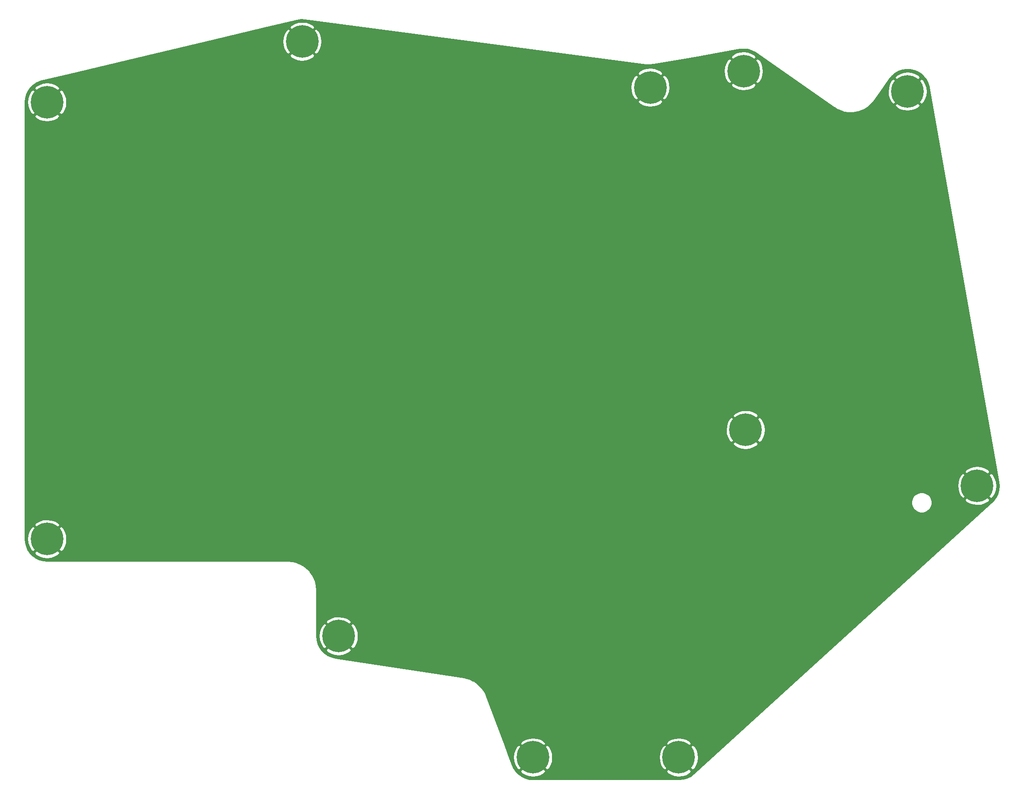
<source format=gbr>
G04 #@! TF.GenerationSoftware,KiCad,Pcbnew,(5.1.9)-1*
G04 #@! TF.CreationDate,2021-04-11T13:58:14+10:00*
G04 #@! TF.ProjectId,ExtraBoard-Base,45787472-6142-46f6-9172-642d42617365,rev?*
G04 #@! TF.SameCoordinates,Original*
G04 #@! TF.FileFunction,Copper,L2,Bot*
G04 #@! TF.FilePolarity,Positive*
%FSLAX46Y46*%
G04 Gerber Fmt 4.6, Leading zero omitted, Abs format (unit mm)*
G04 Created by KiCad (PCBNEW (5.1.9)-1) date 2021-04-11 13:58:14*
%MOMM*%
%LPD*%
G01*
G04 APERTURE LIST*
G04 #@! TA.AperFunction,ComponentPad*
%ADD10C,6.400000*%
G04 #@! TD*
G04 #@! TA.AperFunction,ComponentPad*
%ADD11C,0.800000*%
G04 #@! TD*
G04 #@! TA.AperFunction,Conductor*
%ADD12C,0.254000*%
G04 #@! TD*
G04 #@! TA.AperFunction,Conductor*
%ADD13C,0.152400*%
G04 #@! TD*
G04 APERTURE END LIST*
D10*
X-7144000Y14288000D03*
D11*
X-4744000Y14288000D03*
X-5446944Y12590944D03*
X-7144000Y11888000D03*
X-8841056Y12590944D03*
X-9544000Y14288000D03*
X-8841056Y15985056D03*
X-7144000Y16688000D03*
X-5446944Y15985056D03*
D10*
X-7144000Y-71438000D03*
D11*
X-4744000Y-71438000D03*
X-5446944Y-73135056D03*
X-7144000Y-73838000D03*
X-8841056Y-73135056D03*
X-9544000Y-71438000D03*
X-8841056Y-69740944D03*
X-7144000Y-69038000D03*
X-5446944Y-69740944D03*
D10*
X175178000Y-60995000D03*
D11*
X177578000Y-60995000D03*
X176875056Y-62692056D03*
X175178000Y-63395000D03*
X173480944Y-62692056D03*
X172778000Y-60995000D03*
X173480944Y-59297944D03*
X175178000Y-58595000D03*
X176875056Y-59297944D03*
D10*
X50006000Y-90487000D03*
D11*
X52406000Y-90487000D03*
X51703056Y-92184056D03*
X50006000Y-92887000D03*
X48308944Y-92184056D03*
X47606000Y-90487000D03*
X48308944Y-88789944D03*
X50006000Y-88087000D03*
X51703056Y-88789944D03*
D10*
X42863000Y26194000D03*
D11*
X45263000Y26194000D03*
X44560056Y24496944D03*
X42863000Y23794000D03*
X41165944Y24496944D03*
X40463000Y26194000D03*
X41165944Y27891056D03*
X42863000Y28594000D03*
X44560056Y27891056D03*
D10*
X88106000Y-114300000D03*
D11*
X90506000Y-114300000D03*
X89803056Y-115997056D03*
X88106000Y-116700000D03*
X86408944Y-115997056D03*
X85706000Y-114300000D03*
X86408944Y-112602944D03*
X88106000Y-111900000D03*
X89803056Y-112602944D03*
D10*
X129777999Y-50006000D03*
D11*
X132177999Y-50006000D03*
X131475055Y-51703056D03*
X129777999Y-52406000D03*
X128080943Y-51703056D03*
X127377999Y-50006000D03*
X128080943Y-48308944D03*
X129777999Y-47606000D03*
X131475055Y-48308944D03*
D10*
X111101000Y17172000D03*
D11*
X113501000Y17172000D03*
X112798056Y15474944D03*
X111101000Y14772000D03*
X109403944Y15474944D03*
X108701000Y17172000D03*
X109403944Y18869056D03*
X111101000Y19572000D03*
X112798056Y18869056D03*
D10*
X161532000Y16393000D03*
D11*
X163932000Y16393000D03*
X163229056Y14695944D03*
X161532000Y13993000D03*
X159834944Y14695944D03*
X159132000Y16393000D03*
X159834944Y18090056D03*
X161532000Y18793000D03*
X163229056Y18090056D03*
D10*
X129393000Y20397000D03*
D11*
X131793000Y20397000D03*
X131090056Y18699944D03*
X129393000Y17997000D03*
X127695944Y18699944D03*
X126993000Y20397000D03*
X127695944Y22094056D03*
X129393000Y22797000D03*
X131090056Y22094056D03*
D10*
X116681000Y-114300000D03*
D11*
X119081000Y-114300000D03*
X118378056Y-115997056D03*
X116681000Y-116700000D03*
X114983944Y-115997056D03*
X114281000Y-114300000D03*
X114983944Y-112602944D03*
X116681000Y-111900000D03*
X118378056Y-112602944D03*
D12*
X43417635Y30472848D02*
X43429831Y30471292D01*
X110171239Y21647578D01*
X110193122Y21646850D01*
X110819366Y21604534D01*
X110832345Y21604814D01*
X110845225Y21603278D01*
X110924057Y21605479D01*
X111806664Y21681146D01*
X111837053Y21683471D01*
X119858570Y23097881D01*
X126871724Y23097881D01*
X129393000Y20576605D01*
X131914276Y23097881D01*
X131554088Y23587548D01*
X130890118Y23947849D01*
X130168615Y24171694D01*
X129417305Y24250480D01*
X128665062Y24181178D01*
X127940792Y23966452D01*
X127272330Y23614555D01*
X127231912Y23587548D01*
X126871724Y23097881D01*
X119858570Y23097881D01*
X128613192Y24641557D01*
X129407592Y24709662D01*
X130170985Y24638844D01*
X130909779Y24433959D01*
X131616864Y24093661D01*
X131877820Y23924842D01*
X147151435Y13230141D01*
X147173311Y13217827D01*
X147795111Y12847161D01*
X147809685Y12840147D01*
X147823217Y12831292D01*
X147894806Y12798212D01*
X148721894Y12472413D01*
X148742573Y12466327D01*
X148762409Y12457907D01*
X148838725Y12438028D01*
X149710434Y12263843D01*
X149731864Y12261515D01*
X149752877Y12256741D01*
X149831507Y12250690D01*
X150720287Y12233624D01*
X150741789Y12235128D01*
X150763318Y12234150D01*
X150841748Y12242117D01*
X150841776Y12242119D01*
X150841785Y12242121D01*
X151719530Y12382714D01*
X151740422Y12388000D01*
X151761786Y12390851D01*
X151837594Y12412588D01*
X152676580Y12706396D01*
X152696209Y12715300D01*
X152716728Y12721888D01*
X152787488Y12756706D01*
X153561184Y13194442D01*
X153578927Y13206682D01*
X153597954Y13216799D01*
X153661430Y13263597D01*
X154177586Y13692119D01*
X159010724Y13692119D01*
X159370912Y13202452D01*
X160034882Y12842151D01*
X160756385Y12618306D01*
X161507695Y12539520D01*
X162259938Y12608822D01*
X162984208Y12823548D01*
X163652670Y13175445D01*
X163693088Y13202452D01*
X164053276Y13692119D01*
X161532000Y16213395D01*
X159010724Y13692119D01*
X154177586Y13692119D01*
X154345383Y13831426D01*
X154360680Y13846616D01*
X154377612Y13859941D01*
X154431798Y13917240D01*
X155002497Y14594967D01*
X155022236Y14617976D01*
X156282139Y16417305D01*
X157678520Y16417305D01*
X157747822Y15665062D01*
X157962548Y14940792D01*
X158314445Y14272330D01*
X158341452Y14231912D01*
X158831119Y13871724D01*
X161352395Y16393000D01*
X161711605Y16393000D01*
X164232881Y13871724D01*
X164722548Y14231912D01*
X165082849Y14895882D01*
X165306694Y15617385D01*
X165385480Y16368695D01*
X165316178Y17120938D01*
X165101452Y17845208D01*
X164749555Y18513670D01*
X164722548Y18554088D01*
X164232881Y18914276D01*
X161711605Y16393000D01*
X161352395Y16393000D01*
X158831119Y18914276D01*
X158341452Y18554088D01*
X157981151Y17890118D01*
X157757306Y17168615D01*
X157678520Y16417305D01*
X156282139Y16417305D01*
X157980344Y18842592D01*
X158191948Y19093881D01*
X159010724Y19093881D01*
X161532000Y16572605D01*
X164053276Y19093881D01*
X163693088Y19583548D01*
X163029118Y19943849D01*
X162307615Y20167694D01*
X161556305Y20246480D01*
X160804062Y20177178D01*
X160079792Y19962452D01*
X159411330Y19610555D01*
X159370912Y19583548D01*
X159010724Y19093881D01*
X158191948Y19093881D01*
X158493918Y19452481D01*
X159083791Y19942203D01*
X159751073Y20319733D01*
X160474663Y20573130D01*
X161231681Y20694385D01*
X161998219Y20679668D01*
X162750028Y20529441D01*
X163463354Y20248454D01*
X164115653Y19845586D01*
X164686294Y19333578D01*
X165157249Y18728610D01*
X165513632Y18049802D01*
X165751221Y17296266D01*
X165783188Y17134818D01*
X179422132Y-60215475D01*
X179490236Y-61009863D01*
X179419418Y-61773255D01*
X179214533Y-62512048D01*
X178882058Y-63202879D01*
X178426255Y-63832547D01*
X178069626Y-64197625D01*
X119610144Y-117468869D01*
X118975425Y-117951368D01*
X118292563Y-118299926D01*
X117558771Y-118522049D01*
X116771412Y-118613725D01*
X116676646Y-118615000D01*
X88136755Y-118615000D01*
X87342613Y-118544125D01*
X86603110Y-118341820D01*
X85911122Y-118011758D01*
X85288517Y-117564371D01*
X84754984Y-117013808D01*
X84746298Y-117000881D01*
X85584724Y-117000881D01*
X85944912Y-117490548D01*
X86608882Y-117850849D01*
X87330385Y-118074694D01*
X88081695Y-118153480D01*
X88833938Y-118084178D01*
X89558208Y-117869452D01*
X90226670Y-117517555D01*
X90267088Y-117490548D01*
X90627276Y-117000881D01*
X114159724Y-117000881D01*
X114519912Y-117490548D01*
X115183882Y-117850849D01*
X115905385Y-118074694D01*
X116656695Y-118153480D01*
X117408938Y-118084178D01*
X118133208Y-117869452D01*
X118801670Y-117517555D01*
X118842088Y-117490548D01*
X119202276Y-117000881D01*
X116681000Y-114479605D01*
X114159724Y-117000881D01*
X90627276Y-117000881D01*
X88106000Y-114479605D01*
X85584724Y-117000881D01*
X84746298Y-117000881D01*
X84324087Y-116372564D01*
X84057328Y-115792002D01*
X83488713Y-114275695D01*
X84252520Y-114275695D01*
X84321822Y-115027938D01*
X84536548Y-115752208D01*
X84888445Y-116420670D01*
X84915452Y-116461088D01*
X85405119Y-116821276D01*
X87926395Y-114300000D01*
X88285605Y-114300000D01*
X90806881Y-116821276D01*
X91296548Y-116461088D01*
X91656849Y-115797118D01*
X91880694Y-115075615D01*
X91959480Y-114324305D01*
X91955002Y-114275695D01*
X112827520Y-114275695D01*
X112896822Y-115027938D01*
X113111548Y-115752208D01*
X113463445Y-116420670D01*
X113490452Y-116461088D01*
X113980119Y-116821276D01*
X116501395Y-114300000D01*
X116860605Y-114300000D01*
X119381881Y-116821276D01*
X119871548Y-116461088D01*
X120231849Y-115797118D01*
X120455694Y-115075615D01*
X120534480Y-114324305D01*
X120465178Y-113572062D01*
X120250452Y-112847792D01*
X119898555Y-112179330D01*
X119871548Y-112138912D01*
X119381881Y-111778724D01*
X116860605Y-114300000D01*
X116501395Y-114300000D01*
X113980119Y-111778724D01*
X113490452Y-112138912D01*
X113130151Y-112802882D01*
X112906306Y-113524385D01*
X112827520Y-114275695D01*
X91955002Y-114275695D01*
X91890178Y-113572062D01*
X91675452Y-112847792D01*
X91323555Y-112179330D01*
X91296548Y-112138912D01*
X90806881Y-111778724D01*
X88285605Y-114300000D01*
X87926395Y-114300000D01*
X85405119Y-111778724D01*
X84915452Y-112138912D01*
X84555151Y-112802882D01*
X84331306Y-113524385D01*
X84252520Y-114275695D01*
X83488713Y-114275695D01*
X82484997Y-111599119D01*
X85584724Y-111599119D01*
X88106000Y-114120395D01*
X90627276Y-111599119D01*
X114159724Y-111599119D01*
X116681000Y-114120395D01*
X119202276Y-111599119D01*
X118842088Y-111109452D01*
X118178118Y-110749151D01*
X117456615Y-110525306D01*
X116705305Y-110446520D01*
X115953062Y-110515822D01*
X115228792Y-110730548D01*
X114560330Y-111082445D01*
X114519912Y-111109452D01*
X114159724Y-111599119D01*
X90627276Y-111599119D01*
X90267088Y-111109452D01*
X89603118Y-110749151D01*
X88881615Y-110525306D01*
X88130305Y-110446520D01*
X87378062Y-110515822D01*
X86653792Y-110730548D01*
X85985330Y-111082445D01*
X85944912Y-111109452D01*
X85584724Y-111599119D01*
X82484997Y-111599119D01*
X78966246Y-102215783D01*
X78953466Y-102189789D01*
X78592796Y-101430390D01*
X78582616Y-101413111D01*
X78574573Y-101394749D01*
X78532720Y-101327908D01*
X78018356Y-100602891D01*
X78004372Y-100586491D01*
X77992366Y-100568593D01*
X77939338Y-100510221D01*
X77304713Y-99887748D01*
X77288045Y-99874083D01*
X77273060Y-99858595D01*
X77210533Y-99810536D01*
X76475708Y-99310284D01*
X76456888Y-99299789D01*
X76439394Y-99287197D01*
X76369344Y-99250970D01*
X75557546Y-98888750D01*
X75537156Y-98881751D01*
X75517716Y-98872459D01*
X75442368Y-98849212D01*
X75442359Y-98849209D01*
X75442356Y-98849209D01*
X74582308Y-98637226D01*
X74552729Y-98629647D01*
X49380294Y-94756966D01*
X48606143Y-94566155D01*
X47906001Y-94253755D01*
X47272248Y-93822311D01*
X46724915Y-93285458D01*
X46655689Y-93187881D01*
X47484724Y-93187881D01*
X47844912Y-93677548D01*
X48508882Y-94037849D01*
X49230385Y-94261694D01*
X49981695Y-94340480D01*
X50733938Y-94271178D01*
X51458208Y-94056452D01*
X52126670Y-93704555D01*
X52167088Y-93677548D01*
X52527276Y-93187881D01*
X50006000Y-90666605D01*
X47484724Y-93187881D01*
X46655689Y-93187881D01*
X46281299Y-92660163D01*
X45955423Y-91966192D01*
X45757321Y-91224474D01*
X45691653Y-90462695D01*
X46152520Y-90462695D01*
X46221822Y-91214938D01*
X46436548Y-91939208D01*
X46788445Y-92607670D01*
X46815452Y-92648088D01*
X47305119Y-93008276D01*
X49826395Y-90487000D01*
X50185605Y-90487000D01*
X52706881Y-93008276D01*
X53196548Y-92648088D01*
X53556849Y-91984118D01*
X53780694Y-91262615D01*
X53859480Y-90511305D01*
X53790178Y-89759062D01*
X53575452Y-89034792D01*
X53223555Y-88366330D01*
X53196548Y-88325912D01*
X52706881Y-87965724D01*
X50185605Y-90487000D01*
X49826395Y-90487000D01*
X47305119Y-87965724D01*
X46815452Y-88325912D01*
X46455151Y-88989882D01*
X46231306Y-89711385D01*
X46152520Y-90462695D01*
X45691653Y-90462695D01*
X45691250Y-90458027D01*
X45691250Y-87786119D01*
X47484724Y-87786119D01*
X50006000Y-90307395D01*
X52527276Y-87786119D01*
X52167088Y-87296452D01*
X51503118Y-86936151D01*
X50781615Y-86712306D01*
X50030305Y-86633520D01*
X49278062Y-86702822D01*
X48553792Y-86917548D01*
X47885330Y-87269445D01*
X47844912Y-87296452D01*
X47484724Y-87786119D01*
X45691250Y-87786119D01*
X45691248Y-81403853D01*
X45688788Y-81378880D01*
X45635771Y-80656917D01*
X45633157Y-80640954D01*
X45632649Y-80624791D01*
X45618684Y-80547175D01*
X45411164Y-79682794D01*
X45404290Y-79662368D01*
X45399809Y-79641287D01*
X45372320Y-79567370D01*
X45015012Y-78753398D01*
X45004626Y-78734506D01*
X44996485Y-78714557D01*
X44956341Y-78646676D01*
X44460537Y-77908843D01*
X44446972Y-77892092D01*
X44435426Y-77873898D01*
X44383896Y-77814199D01*
X43765269Y-77175825D01*
X43748953Y-77161742D01*
X43734366Y-77145878D01*
X43673078Y-77096248D01*
X42951183Y-76577514D01*
X42932630Y-76566542D01*
X42915465Y-76553513D01*
X42846357Y-76515520D01*
X42044010Y-76132820D01*
X42023809Y-76125307D01*
X42004606Y-76115523D01*
X41929863Y-76090369D01*
X41072427Y-75855801D01*
X41051210Y-75851984D01*
X41030583Y-75845756D01*
X40952572Y-75834236D01*
X40952567Y-75834235D01*
X40952566Y-75834235D01*
X40070328Y-75755497D01*
X40039897Y-75752500D01*
X-7113244Y-75752500D01*
X-7907386Y-75681625D01*
X-8646889Y-75479320D01*
X-9338877Y-75149258D01*
X-9961482Y-74701871D01*
X-10495015Y-74151308D01*
X-10503365Y-74138881D01*
X-9665276Y-74138881D01*
X-9305088Y-74628548D01*
X-8641118Y-74988849D01*
X-7919615Y-75212694D01*
X-7168305Y-75291480D01*
X-6416062Y-75222178D01*
X-5691792Y-75007452D01*
X-5023330Y-74655555D01*
X-4982912Y-74628548D01*
X-4622724Y-74138881D01*
X-7144000Y-71617605D01*
X-9665276Y-74138881D01*
X-10503365Y-74138881D01*
X-10922625Y-73514956D01*
X-11230791Y-72812937D01*
X-11411031Y-72062181D01*
X-11458653Y-71413695D01*
X-10997480Y-71413695D01*
X-10928178Y-72165938D01*
X-10713452Y-72890208D01*
X-10361555Y-73558670D01*
X-10334548Y-73599088D01*
X-9844881Y-73959276D01*
X-7323605Y-71438000D01*
X-6964395Y-71438000D01*
X-4443119Y-73959276D01*
X-3953452Y-73599088D01*
X-3593151Y-72935118D01*
X-3369306Y-72213615D01*
X-3290520Y-71462305D01*
X-3359822Y-70710062D01*
X-3574548Y-69985792D01*
X-3926445Y-69317330D01*
X-3953452Y-69276912D01*
X-4443119Y-68916724D01*
X-6964395Y-71438000D01*
X-7323605Y-71438000D01*
X-9844881Y-68916724D01*
X-10334548Y-69276912D01*
X-10694849Y-69940882D01*
X-10918694Y-70662385D01*
X-10997480Y-71413695D01*
X-11458653Y-71413695D01*
X-11458750Y-71412375D01*
X-11458750Y-68737119D01*
X-9665276Y-68737119D01*
X-7144000Y-71258395D01*
X-4622724Y-68737119D01*
X-4982912Y-68247452D01*
X-5646882Y-67887151D01*
X-6368385Y-67663306D01*
X-7119695Y-67584520D01*
X-7871938Y-67653822D01*
X-8596208Y-67868548D01*
X-9264670Y-68220445D01*
X-9305088Y-68247452D01*
X-9665276Y-68737119D01*
X-11458750Y-68737119D01*
X-11458750Y-64093570D01*
X162271000Y-64093570D01*
X162271000Y-64494430D01*
X162349204Y-64887587D01*
X162502607Y-65257934D01*
X162725313Y-65591237D01*
X163008763Y-65874687D01*
X163342066Y-66097393D01*
X163712413Y-66250796D01*
X164105570Y-66329000D01*
X164506430Y-66329000D01*
X164899587Y-66250796D01*
X165269934Y-66097393D01*
X165603237Y-65874687D01*
X165886687Y-65591237D01*
X166109393Y-65257934D01*
X166262796Y-64887587D01*
X166341000Y-64494430D01*
X166341000Y-64093570D01*
X166262796Y-63700413D01*
X166260919Y-63695881D01*
X172656724Y-63695881D01*
X173016912Y-64185548D01*
X173680882Y-64545849D01*
X174402385Y-64769694D01*
X175153695Y-64848480D01*
X175905938Y-64779178D01*
X176630208Y-64564452D01*
X177298670Y-64212555D01*
X177339088Y-64185548D01*
X177699276Y-63695881D01*
X175178000Y-61174605D01*
X172656724Y-63695881D01*
X166260919Y-63695881D01*
X166109393Y-63330066D01*
X165886687Y-62996763D01*
X165603237Y-62713313D01*
X165269934Y-62490607D01*
X164899587Y-62337204D01*
X164506430Y-62259000D01*
X164105570Y-62259000D01*
X163712413Y-62337204D01*
X163342066Y-62490607D01*
X163008763Y-62713313D01*
X162725313Y-62996763D01*
X162502607Y-63330066D01*
X162349204Y-63700413D01*
X162271000Y-64093570D01*
X-11458750Y-64093570D01*
X-11458750Y-60970695D01*
X171324520Y-60970695D01*
X171393822Y-61722938D01*
X171608548Y-62447208D01*
X171960445Y-63115670D01*
X171987452Y-63156088D01*
X172477119Y-63516276D01*
X174998395Y-60995000D01*
X175357605Y-60995000D01*
X177878881Y-63516276D01*
X178368548Y-63156088D01*
X178728849Y-62492118D01*
X178952694Y-61770615D01*
X179031480Y-61019305D01*
X178962178Y-60267062D01*
X178747452Y-59542792D01*
X178395555Y-58874330D01*
X178368548Y-58833912D01*
X177878881Y-58473724D01*
X175357605Y-60995000D01*
X174998395Y-60995000D01*
X172477119Y-58473724D01*
X171987452Y-58833912D01*
X171627151Y-59497882D01*
X171403306Y-60219385D01*
X171324520Y-60970695D01*
X-11458750Y-60970695D01*
X-11458750Y-58294119D01*
X172656724Y-58294119D01*
X175178000Y-60815395D01*
X177699276Y-58294119D01*
X177339088Y-57804452D01*
X176675118Y-57444151D01*
X175953615Y-57220306D01*
X175202305Y-57141520D01*
X174450062Y-57210822D01*
X173725792Y-57425548D01*
X173057330Y-57777445D01*
X173016912Y-57804452D01*
X172656724Y-58294119D01*
X-11458750Y-58294119D01*
X-11458750Y-52706881D01*
X127256723Y-52706881D01*
X127616911Y-53196548D01*
X128280881Y-53556849D01*
X129002384Y-53780694D01*
X129753694Y-53859480D01*
X130505937Y-53790178D01*
X131230207Y-53575452D01*
X131898669Y-53223555D01*
X131939087Y-53196548D01*
X132299275Y-52706881D01*
X129777999Y-50185605D01*
X127256723Y-52706881D01*
X-11458750Y-52706881D01*
X-11458750Y-49981695D01*
X125924519Y-49981695D01*
X125993821Y-50733938D01*
X126208547Y-51458208D01*
X126560444Y-52126670D01*
X126587451Y-52167088D01*
X127077118Y-52527276D01*
X129598394Y-50006000D01*
X129957604Y-50006000D01*
X132478880Y-52527276D01*
X132968547Y-52167088D01*
X133328848Y-51503118D01*
X133552693Y-50781615D01*
X133631479Y-50030305D01*
X133562177Y-49278062D01*
X133347451Y-48553792D01*
X132995554Y-47885330D01*
X132968547Y-47844912D01*
X132478880Y-47484724D01*
X129957604Y-50006000D01*
X129598394Y-50006000D01*
X127077118Y-47484724D01*
X126587451Y-47844912D01*
X126227150Y-48508882D01*
X126003305Y-49230385D01*
X125924519Y-49981695D01*
X-11458750Y-49981695D01*
X-11458750Y-47305119D01*
X127256723Y-47305119D01*
X129777999Y-49826395D01*
X132299275Y-47305119D01*
X131939087Y-46815452D01*
X131275117Y-46455151D01*
X130553614Y-46231306D01*
X129802304Y-46152520D01*
X129050061Y-46221822D01*
X128325791Y-46436548D01*
X127657329Y-46788445D01*
X127616911Y-46815452D01*
X127256723Y-47305119D01*
X-11458750Y-47305119D01*
X-11458750Y11587119D01*
X-9665276Y11587119D01*
X-9305088Y11097452D01*
X-8641118Y10737151D01*
X-7919615Y10513306D01*
X-7168305Y10434520D01*
X-6416062Y10503822D01*
X-5691792Y10718548D01*
X-5023330Y11070445D01*
X-4982912Y11097452D01*
X-4622724Y11587119D01*
X-7144000Y14108395D01*
X-9665276Y11587119D01*
X-11458750Y11587119D01*
X-11458750Y14256995D01*
X-11453814Y14312305D01*
X-10997480Y14312305D01*
X-10928178Y13560062D01*
X-10713452Y12835792D01*
X-10361555Y12167330D01*
X-10334548Y12126912D01*
X-9844881Y11766724D01*
X-7323605Y14288000D01*
X-6964395Y14288000D01*
X-4443119Y11766724D01*
X-3953452Y12126912D01*
X-3593151Y12790882D01*
X-3369306Y13512385D01*
X-3290520Y14263695D01*
X-3309629Y14471119D01*
X108579724Y14471119D01*
X108939912Y13981452D01*
X109603882Y13621151D01*
X110325385Y13397306D01*
X111076695Y13318520D01*
X111828938Y13387822D01*
X112553208Y13602548D01*
X113221670Y13954445D01*
X113262088Y13981452D01*
X113622276Y14471119D01*
X111101000Y16992395D01*
X108579724Y14471119D01*
X-3309629Y14471119D01*
X-3359822Y15015938D01*
X-3574548Y15740208D01*
X-3926445Y16408670D01*
X-3953452Y16449088D01*
X-4443119Y16809276D01*
X-6964395Y14288000D01*
X-7323605Y14288000D01*
X-9844881Y16809276D01*
X-10334548Y16449088D01*
X-10694849Y15785118D01*
X-10918694Y15063615D01*
X-10997480Y14312305D01*
X-11453814Y14312305D01*
X-11387875Y15051138D01*
X-11185570Y15790641D01*
X-10855508Y16482629D01*
X-10491729Y16988881D01*
X-9665276Y16988881D01*
X-7144000Y14467605D01*
X-4622724Y16988881D01*
X-4775300Y17196305D01*
X107247520Y17196305D01*
X107316822Y16444062D01*
X107531548Y15719792D01*
X107883445Y15051330D01*
X107910452Y15010912D01*
X108400119Y14650724D01*
X110921395Y17172000D01*
X111280605Y17172000D01*
X113801881Y14650724D01*
X114291548Y15010912D01*
X114651849Y15674882D01*
X114875694Y16396385D01*
X114954480Y17147695D01*
X114903956Y17696119D01*
X126871724Y17696119D01*
X127231912Y17206452D01*
X127895882Y16846151D01*
X128617385Y16622306D01*
X129368695Y16543520D01*
X130120938Y16612822D01*
X130845208Y16827548D01*
X131513670Y17179445D01*
X131554088Y17206452D01*
X131914276Y17696119D01*
X129393000Y20217395D01*
X126871724Y17696119D01*
X114903956Y17696119D01*
X114885178Y17899938D01*
X114670452Y18624208D01*
X114318555Y19292670D01*
X114291548Y19333088D01*
X113801881Y19693276D01*
X111280605Y17172000D01*
X110921395Y17172000D01*
X108400119Y19693276D01*
X107910452Y19333088D01*
X107550151Y18669118D01*
X107326306Y17947615D01*
X107247520Y17196305D01*
X-4775300Y17196305D01*
X-4982912Y17478548D01*
X-5646882Y17838849D01*
X-6368385Y18062694D01*
X-7119695Y18141480D01*
X-7871938Y18072178D01*
X-8596208Y17857452D01*
X-9264670Y17505555D01*
X-9305088Y17478548D01*
X-9665276Y16988881D01*
X-10491729Y16988881D01*
X-10408123Y17105231D01*
X-9857551Y17638772D01*
X-9221204Y18066378D01*
X-8505444Y18380574D01*
X-8128031Y18488769D01*
X-2314761Y19872881D01*
X108579724Y19872881D01*
X111101000Y17351605D01*
X113622276Y19872881D01*
X113262088Y20362548D01*
X113153810Y20421305D01*
X125539520Y20421305D01*
X125608822Y19669062D01*
X125823548Y18944792D01*
X126175445Y18276330D01*
X126202452Y18235912D01*
X126692119Y17875724D01*
X129213395Y20397000D01*
X129572605Y20397000D01*
X132093881Y17875724D01*
X132583548Y18235912D01*
X132943849Y18899882D01*
X133167694Y19621385D01*
X133246480Y20372695D01*
X133177178Y21124938D01*
X132962452Y21849208D01*
X132610555Y22517670D01*
X132583548Y22558088D01*
X132093881Y22918276D01*
X129572605Y20397000D01*
X129213395Y20397000D01*
X126692119Y22918276D01*
X126202452Y22558088D01*
X125842151Y21894118D01*
X125618306Y21172615D01*
X125539520Y20421305D01*
X113153810Y20421305D01*
X112598118Y20722849D01*
X111876615Y20946694D01*
X111125305Y21025480D01*
X110373062Y20956178D01*
X109648792Y20741452D01*
X108980330Y20389555D01*
X108939912Y20362548D01*
X108579724Y19872881D01*
X-2314761Y19872881D01*
X12890238Y23493119D01*
X40341724Y23493119D01*
X40701912Y23003452D01*
X41365882Y22643151D01*
X42087385Y22419306D01*
X42838695Y22340520D01*
X43590938Y22409822D01*
X44315208Y22624548D01*
X44983670Y22976445D01*
X45024088Y23003452D01*
X45384276Y23493119D01*
X42863000Y26014395D01*
X40341724Y23493119D01*
X12890238Y23493119D01*
X24336019Y26218305D01*
X39009520Y26218305D01*
X39078822Y25466062D01*
X39293548Y24741792D01*
X39645445Y24073330D01*
X39672452Y24032912D01*
X40162119Y23672724D01*
X42683395Y26194000D01*
X43042605Y26194000D01*
X45563881Y23672724D01*
X46053548Y24032912D01*
X46413849Y24696882D01*
X46637694Y25418385D01*
X46716480Y26169695D01*
X46647178Y26921938D01*
X46432452Y27646208D01*
X46080555Y28314670D01*
X46053548Y28355088D01*
X45563881Y28715276D01*
X43042605Y26194000D01*
X42683395Y26194000D01*
X40162119Y28715276D01*
X39672452Y28355088D01*
X39312151Y27691118D01*
X39088306Y26969615D01*
X39009520Y26218305D01*
X24336019Y26218305D01*
X35577638Y28894881D01*
X40341724Y28894881D01*
X42863000Y26373605D01*
X45384276Y28894881D01*
X45024088Y29384548D01*
X44360118Y29744849D01*
X43638615Y29968694D01*
X42887305Y30047480D01*
X42135062Y29978178D01*
X41410792Y29763452D01*
X40742330Y29411555D01*
X40701912Y29384548D01*
X40341724Y28894881D01*
X35577638Y28894881D01*
X41833371Y30384341D01*
X42622347Y30499334D01*
X43417635Y30472848D01*
G04 #@! TA.AperFunction,Conductor*
D13*
G36*
X43417635Y30472848D02*
G01*
X43429831Y30471292D01*
X110171239Y21647578D01*
X110193122Y21646850D01*
X110819366Y21604534D01*
X110832345Y21604814D01*
X110845225Y21603278D01*
X110924057Y21605479D01*
X111806664Y21681146D01*
X111837053Y21683471D01*
X119858570Y23097881D01*
X126871724Y23097881D01*
X129393000Y20576605D01*
X131914276Y23097881D01*
X131554088Y23587548D01*
X130890118Y23947849D01*
X130168615Y24171694D01*
X129417305Y24250480D01*
X128665062Y24181178D01*
X127940792Y23966452D01*
X127272330Y23614555D01*
X127231912Y23587548D01*
X126871724Y23097881D01*
X119858570Y23097881D01*
X128613192Y24641557D01*
X129407592Y24709662D01*
X130170985Y24638844D01*
X130909779Y24433959D01*
X131616864Y24093661D01*
X131877820Y23924842D01*
X147151435Y13230141D01*
X147173311Y13217827D01*
X147795111Y12847161D01*
X147809685Y12840147D01*
X147823217Y12831292D01*
X147894806Y12798212D01*
X148721894Y12472413D01*
X148742573Y12466327D01*
X148762409Y12457907D01*
X148838725Y12438028D01*
X149710434Y12263843D01*
X149731864Y12261515D01*
X149752877Y12256741D01*
X149831507Y12250690D01*
X150720287Y12233624D01*
X150741789Y12235128D01*
X150763318Y12234150D01*
X150841748Y12242117D01*
X150841776Y12242119D01*
X150841785Y12242121D01*
X151719530Y12382714D01*
X151740422Y12388000D01*
X151761786Y12390851D01*
X151837594Y12412588D01*
X152676580Y12706396D01*
X152696209Y12715300D01*
X152716728Y12721888D01*
X152787488Y12756706D01*
X153561184Y13194442D01*
X153578927Y13206682D01*
X153597954Y13216799D01*
X153661430Y13263597D01*
X154177586Y13692119D01*
X159010724Y13692119D01*
X159370912Y13202452D01*
X160034882Y12842151D01*
X160756385Y12618306D01*
X161507695Y12539520D01*
X162259938Y12608822D01*
X162984208Y12823548D01*
X163652670Y13175445D01*
X163693088Y13202452D01*
X164053276Y13692119D01*
X161532000Y16213395D01*
X159010724Y13692119D01*
X154177586Y13692119D01*
X154345383Y13831426D01*
X154360680Y13846616D01*
X154377612Y13859941D01*
X154431798Y13917240D01*
X155002497Y14594967D01*
X155022236Y14617976D01*
X156282139Y16417305D01*
X157678520Y16417305D01*
X157747822Y15665062D01*
X157962548Y14940792D01*
X158314445Y14272330D01*
X158341452Y14231912D01*
X158831119Y13871724D01*
X161352395Y16393000D01*
X161711605Y16393000D01*
X164232881Y13871724D01*
X164722548Y14231912D01*
X165082849Y14895882D01*
X165306694Y15617385D01*
X165385480Y16368695D01*
X165316178Y17120938D01*
X165101452Y17845208D01*
X164749555Y18513670D01*
X164722548Y18554088D01*
X164232881Y18914276D01*
X161711605Y16393000D01*
X161352395Y16393000D01*
X158831119Y18914276D01*
X158341452Y18554088D01*
X157981151Y17890118D01*
X157757306Y17168615D01*
X157678520Y16417305D01*
X156282139Y16417305D01*
X157980344Y18842592D01*
X158191948Y19093881D01*
X159010724Y19093881D01*
X161532000Y16572605D01*
X164053276Y19093881D01*
X163693088Y19583548D01*
X163029118Y19943849D01*
X162307615Y20167694D01*
X161556305Y20246480D01*
X160804062Y20177178D01*
X160079792Y19962452D01*
X159411330Y19610555D01*
X159370912Y19583548D01*
X159010724Y19093881D01*
X158191948Y19093881D01*
X158493918Y19452481D01*
X159083791Y19942203D01*
X159751073Y20319733D01*
X160474663Y20573130D01*
X161231681Y20694385D01*
X161998219Y20679668D01*
X162750028Y20529441D01*
X163463354Y20248454D01*
X164115653Y19845586D01*
X164686294Y19333578D01*
X165157249Y18728610D01*
X165513632Y18049802D01*
X165751221Y17296266D01*
X165783188Y17134818D01*
X179422132Y-60215475D01*
X179490236Y-61009863D01*
X179419418Y-61773255D01*
X179214533Y-62512048D01*
X178882058Y-63202879D01*
X178426255Y-63832547D01*
X178069626Y-64197625D01*
X119610144Y-117468869D01*
X118975425Y-117951368D01*
X118292563Y-118299926D01*
X117558771Y-118522049D01*
X116771412Y-118613725D01*
X116676646Y-118615000D01*
X88136755Y-118615000D01*
X87342613Y-118544125D01*
X86603110Y-118341820D01*
X85911122Y-118011758D01*
X85288517Y-117564371D01*
X84754984Y-117013808D01*
X84746298Y-117000881D01*
X85584724Y-117000881D01*
X85944912Y-117490548D01*
X86608882Y-117850849D01*
X87330385Y-118074694D01*
X88081695Y-118153480D01*
X88833938Y-118084178D01*
X89558208Y-117869452D01*
X90226670Y-117517555D01*
X90267088Y-117490548D01*
X90627276Y-117000881D01*
X114159724Y-117000881D01*
X114519912Y-117490548D01*
X115183882Y-117850849D01*
X115905385Y-118074694D01*
X116656695Y-118153480D01*
X117408938Y-118084178D01*
X118133208Y-117869452D01*
X118801670Y-117517555D01*
X118842088Y-117490548D01*
X119202276Y-117000881D01*
X116681000Y-114479605D01*
X114159724Y-117000881D01*
X90627276Y-117000881D01*
X88106000Y-114479605D01*
X85584724Y-117000881D01*
X84746298Y-117000881D01*
X84324087Y-116372564D01*
X84057328Y-115792002D01*
X83488713Y-114275695D01*
X84252520Y-114275695D01*
X84321822Y-115027938D01*
X84536548Y-115752208D01*
X84888445Y-116420670D01*
X84915452Y-116461088D01*
X85405119Y-116821276D01*
X87926395Y-114300000D01*
X88285605Y-114300000D01*
X90806881Y-116821276D01*
X91296548Y-116461088D01*
X91656849Y-115797118D01*
X91880694Y-115075615D01*
X91959480Y-114324305D01*
X91955002Y-114275695D01*
X112827520Y-114275695D01*
X112896822Y-115027938D01*
X113111548Y-115752208D01*
X113463445Y-116420670D01*
X113490452Y-116461088D01*
X113980119Y-116821276D01*
X116501395Y-114300000D01*
X116860605Y-114300000D01*
X119381881Y-116821276D01*
X119871548Y-116461088D01*
X120231849Y-115797118D01*
X120455694Y-115075615D01*
X120534480Y-114324305D01*
X120465178Y-113572062D01*
X120250452Y-112847792D01*
X119898555Y-112179330D01*
X119871548Y-112138912D01*
X119381881Y-111778724D01*
X116860605Y-114300000D01*
X116501395Y-114300000D01*
X113980119Y-111778724D01*
X113490452Y-112138912D01*
X113130151Y-112802882D01*
X112906306Y-113524385D01*
X112827520Y-114275695D01*
X91955002Y-114275695D01*
X91890178Y-113572062D01*
X91675452Y-112847792D01*
X91323555Y-112179330D01*
X91296548Y-112138912D01*
X90806881Y-111778724D01*
X88285605Y-114300000D01*
X87926395Y-114300000D01*
X85405119Y-111778724D01*
X84915452Y-112138912D01*
X84555151Y-112802882D01*
X84331306Y-113524385D01*
X84252520Y-114275695D01*
X83488713Y-114275695D01*
X82484997Y-111599119D01*
X85584724Y-111599119D01*
X88106000Y-114120395D01*
X90627276Y-111599119D01*
X114159724Y-111599119D01*
X116681000Y-114120395D01*
X119202276Y-111599119D01*
X118842088Y-111109452D01*
X118178118Y-110749151D01*
X117456615Y-110525306D01*
X116705305Y-110446520D01*
X115953062Y-110515822D01*
X115228792Y-110730548D01*
X114560330Y-111082445D01*
X114519912Y-111109452D01*
X114159724Y-111599119D01*
X90627276Y-111599119D01*
X90267088Y-111109452D01*
X89603118Y-110749151D01*
X88881615Y-110525306D01*
X88130305Y-110446520D01*
X87378062Y-110515822D01*
X86653792Y-110730548D01*
X85985330Y-111082445D01*
X85944912Y-111109452D01*
X85584724Y-111599119D01*
X82484997Y-111599119D01*
X78966246Y-102215783D01*
X78953466Y-102189789D01*
X78592796Y-101430390D01*
X78582616Y-101413111D01*
X78574573Y-101394749D01*
X78532720Y-101327908D01*
X78018356Y-100602891D01*
X78004372Y-100586491D01*
X77992366Y-100568593D01*
X77939338Y-100510221D01*
X77304713Y-99887748D01*
X77288045Y-99874083D01*
X77273060Y-99858595D01*
X77210533Y-99810536D01*
X76475708Y-99310284D01*
X76456888Y-99299789D01*
X76439394Y-99287197D01*
X76369344Y-99250970D01*
X75557546Y-98888750D01*
X75537156Y-98881751D01*
X75517716Y-98872459D01*
X75442368Y-98849212D01*
X75442359Y-98849209D01*
X75442356Y-98849209D01*
X74582308Y-98637226D01*
X74552729Y-98629647D01*
X49380294Y-94756966D01*
X48606143Y-94566155D01*
X47906001Y-94253755D01*
X47272248Y-93822311D01*
X46724915Y-93285458D01*
X46655689Y-93187881D01*
X47484724Y-93187881D01*
X47844912Y-93677548D01*
X48508882Y-94037849D01*
X49230385Y-94261694D01*
X49981695Y-94340480D01*
X50733938Y-94271178D01*
X51458208Y-94056452D01*
X52126670Y-93704555D01*
X52167088Y-93677548D01*
X52527276Y-93187881D01*
X50006000Y-90666605D01*
X47484724Y-93187881D01*
X46655689Y-93187881D01*
X46281299Y-92660163D01*
X45955423Y-91966192D01*
X45757321Y-91224474D01*
X45691653Y-90462695D01*
X46152520Y-90462695D01*
X46221822Y-91214938D01*
X46436548Y-91939208D01*
X46788445Y-92607670D01*
X46815452Y-92648088D01*
X47305119Y-93008276D01*
X49826395Y-90487000D01*
X50185605Y-90487000D01*
X52706881Y-93008276D01*
X53196548Y-92648088D01*
X53556849Y-91984118D01*
X53780694Y-91262615D01*
X53859480Y-90511305D01*
X53790178Y-89759062D01*
X53575452Y-89034792D01*
X53223555Y-88366330D01*
X53196548Y-88325912D01*
X52706881Y-87965724D01*
X50185605Y-90487000D01*
X49826395Y-90487000D01*
X47305119Y-87965724D01*
X46815452Y-88325912D01*
X46455151Y-88989882D01*
X46231306Y-89711385D01*
X46152520Y-90462695D01*
X45691653Y-90462695D01*
X45691250Y-90458027D01*
X45691250Y-87786119D01*
X47484724Y-87786119D01*
X50006000Y-90307395D01*
X52527276Y-87786119D01*
X52167088Y-87296452D01*
X51503118Y-86936151D01*
X50781615Y-86712306D01*
X50030305Y-86633520D01*
X49278062Y-86702822D01*
X48553792Y-86917548D01*
X47885330Y-87269445D01*
X47844912Y-87296452D01*
X47484724Y-87786119D01*
X45691250Y-87786119D01*
X45691248Y-81403853D01*
X45688788Y-81378880D01*
X45635771Y-80656917D01*
X45633157Y-80640954D01*
X45632649Y-80624791D01*
X45618684Y-80547175D01*
X45411164Y-79682794D01*
X45404290Y-79662368D01*
X45399809Y-79641287D01*
X45372320Y-79567370D01*
X45015012Y-78753398D01*
X45004626Y-78734506D01*
X44996485Y-78714557D01*
X44956341Y-78646676D01*
X44460537Y-77908843D01*
X44446972Y-77892092D01*
X44435426Y-77873898D01*
X44383896Y-77814199D01*
X43765269Y-77175825D01*
X43748953Y-77161742D01*
X43734366Y-77145878D01*
X43673078Y-77096248D01*
X42951183Y-76577514D01*
X42932630Y-76566542D01*
X42915465Y-76553513D01*
X42846357Y-76515520D01*
X42044010Y-76132820D01*
X42023809Y-76125307D01*
X42004606Y-76115523D01*
X41929863Y-76090369D01*
X41072427Y-75855801D01*
X41051210Y-75851984D01*
X41030583Y-75845756D01*
X40952572Y-75834236D01*
X40952567Y-75834235D01*
X40952566Y-75834235D01*
X40070328Y-75755497D01*
X40039897Y-75752500D01*
X-7113244Y-75752500D01*
X-7907386Y-75681625D01*
X-8646889Y-75479320D01*
X-9338877Y-75149258D01*
X-9961482Y-74701871D01*
X-10495015Y-74151308D01*
X-10503365Y-74138881D01*
X-9665276Y-74138881D01*
X-9305088Y-74628548D01*
X-8641118Y-74988849D01*
X-7919615Y-75212694D01*
X-7168305Y-75291480D01*
X-6416062Y-75222178D01*
X-5691792Y-75007452D01*
X-5023330Y-74655555D01*
X-4982912Y-74628548D01*
X-4622724Y-74138881D01*
X-7144000Y-71617605D01*
X-9665276Y-74138881D01*
X-10503365Y-74138881D01*
X-10922625Y-73514956D01*
X-11230791Y-72812937D01*
X-11411031Y-72062181D01*
X-11458653Y-71413695D01*
X-10997480Y-71413695D01*
X-10928178Y-72165938D01*
X-10713452Y-72890208D01*
X-10361555Y-73558670D01*
X-10334548Y-73599088D01*
X-9844881Y-73959276D01*
X-7323605Y-71438000D01*
X-6964395Y-71438000D01*
X-4443119Y-73959276D01*
X-3953452Y-73599088D01*
X-3593151Y-72935118D01*
X-3369306Y-72213615D01*
X-3290520Y-71462305D01*
X-3359822Y-70710062D01*
X-3574548Y-69985792D01*
X-3926445Y-69317330D01*
X-3953452Y-69276912D01*
X-4443119Y-68916724D01*
X-6964395Y-71438000D01*
X-7323605Y-71438000D01*
X-9844881Y-68916724D01*
X-10334548Y-69276912D01*
X-10694849Y-69940882D01*
X-10918694Y-70662385D01*
X-10997480Y-71413695D01*
X-11458653Y-71413695D01*
X-11458750Y-71412375D01*
X-11458750Y-68737119D01*
X-9665276Y-68737119D01*
X-7144000Y-71258395D01*
X-4622724Y-68737119D01*
X-4982912Y-68247452D01*
X-5646882Y-67887151D01*
X-6368385Y-67663306D01*
X-7119695Y-67584520D01*
X-7871938Y-67653822D01*
X-8596208Y-67868548D01*
X-9264670Y-68220445D01*
X-9305088Y-68247452D01*
X-9665276Y-68737119D01*
X-11458750Y-68737119D01*
X-11458750Y-64093570D01*
X162271000Y-64093570D01*
X162271000Y-64494430D01*
X162349204Y-64887587D01*
X162502607Y-65257934D01*
X162725313Y-65591237D01*
X163008763Y-65874687D01*
X163342066Y-66097393D01*
X163712413Y-66250796D01*
X164105570Y-66329000D01*
X164506430Y-66329000D01*
X164899587Y-66250796D01*
X165269934Y-66097393D01*
X165603237Y-65874687D01*
X165886687Y-65591237D01*
X166109393Y-65257934D01*
X166262796Y-64887587D01*
X166341000Y-64494430D01*
X166341000Y-64093570D01*
X166262796Y-63700413D01*
X166260919Y-63695881D01*
X172656724Y-63695881D01*
X173016912Y-64185548D01*
X173680882Y-64545849D01*
X174402385Y-64769694D01*
X175153695Y-64848480D01*
X175905938Y-64779178D01*
X176630208Y-64564452D01*
X177298670Y-64212555D01*
X177339088Y-64185548D01*
X177699276Y-63695881D01*
X175178000Y-61174605D01*
X172656724Y-63695881D01*
X166260919Y-63695881D01*
X166109393Y-63330066D01*
X165886687Y-62996763D01*
X165603237Y-62713313D01*
X165269934Y-62490607D01*
X164899587Y-62337204D01*
X164506430Y-62259000D01*
X164105570Y-62259000D01*
X163712413Y-62337204D01*
X163342066Y-62490607D01*
X163008763Y-62713313D01*
X162725313Y-62996763D01*
X162502607Y-63330066D01*
X162349204Y-63700413D01*
X162271000Y-64093570D01*
X-11458750Y-64093570D01*
X-11458750Y-60970695D01*
X171324520Y-60970695D01*
X171393822Y-61722938D01*
X171608548Y-62447208D01*
X171960445Y-63115670D01*
X171987452Y-63156088D01*
X172477119Y-63516276D01*
X174998395Y-60995000D01*
X175357605Y-60995000D01*
X177878881Y-63516276D01*
X178368548Y-63156088D01*
X178728849Y-62492118D01*
X178952694Y-61770615D01*
X179031480Y-61019305D01*
X178962178Y-60267062D01*
X178747452Y-59542792D01*
X178395555Y-58874330D01*
X178368548Y-58833912D01*
X177878881Y-58473724D01*
X175357605Y-60995000D01*
X174998395Y-60995000D01*
X172477119Y-58473724D01*
X171987452Y-58833912D01*
X171627151Y-59497882D01*
X171403306Y-60219385D01*
X171324520Y-60970695D01*
X-11458750Y-60970695D01*
X-11458750Y-58294119D01*
X172656724Y-58294119D01*
X175178000Y-60815395D01*
X177699276Y-58294119D01*
X177339088Y-57804452D01*
X176675118Y-57444151D01*
X175953615Y-57220306D01*
X175202305Y-57141520D01*
X174450062Y-57210822D01*
X173725792Y-57425548D01*
X173057330Y-57777445D01*
X173016912Y-57804452D01*
X172656724Y-58294119D01*
X-11458750Y-58294119D01*
X-11458750Y-52706881D01*
X127256723Y-52706881D01*
X127616911Y-53196548D01*
X128280881Y-53556849D01*
X129002384Y-53780694D01*
X129753694Y-53859480D01*
X130505937Y-53790178D01*
X131230207Y-53575452D01*
X131898669Y-53223555D01*
X131939087Y-53196548D01*
X132299275Y-52706881D01*
X129777999Y-50185605D01*
X127256723Y-52706881D01*
X-11458750Y-52706881D01*
X-11458750Y-49981695D01*
X125924519Y-49981695D01*
X125993821Y-50733938D01*
X126208547Y-51458208D01*
X126560444Y-52126670D01*
X126587451Y-52167088D01*
X127077118Y-52527276D01*
X129598394Y-50006000D01*
X129957604Y-50006000D01*
X132478880Y-52527276D01*
X132968547Y-52167088D01*
X133328848Y-51503118D01*
X133552693Y-50781615D01*
X133631479Y-50030305D01*
X133562177Y-49278062D01*
X133347451Y-48553792D01*
X132995554Y-47885330D01*
X132968547Y-47844912D01*
X132478880Y-47484724D01*
X129957604Y-50006000D01*
X129598394Y-50006000D01*
X127077118Y-47484724D01*
X126587451Y-47844912D01*
X126227150Y-48508882D01*
X126003305Y-49230385D01*
X125924519Y-49981695D01*
X-11458750Y-49981695D01*
X-11458750Y-47305119D01*
X127256723Y-47305119D01*
X129777999Y-49826395D01*
X132299275Y-47305119D01*
X131939087Y-46815452D01*
X131275117Y-46455151D01*
X130553614Y-46231306D01*
X129802304Y-46152520D01*
X129050061Y-46221822D01*
X128325791Y-46436548D01*
X127657329Y-46788445D01*
X127616911Y-46815452D01*
X127256723Y-47305119D01*
X-11458750Y-47305119D01*
X-11458750Y11587119D01*
X-9665276Y11587119D01*
X-9305088Y11097452D01*
X-8641118Y10737151D01*
X-7919615Y10513306D01*
X-7168305Y10434520D01*
X-6416062Y10503822D01*
X-5691792Y10718548D01*
X-5023330Y11070445D01*
X-4982912Y11097452D01*
X-4622724Y11587119D01*
X-7144000Y14108395D01*
X-9665276Y11587119D01*
X-11458750Y11587119D01*
X-11458750Y14256995D01*
X-11453814Y14312305D01*
X-10997480Y14312305D01*
X-10928178Y13560062D01*
X-10713452Y12835792D01*
X-10361555Y12167330D01*
X-10334548Y12126912D01*
X-9844881Y11766724D01*
X-7323605Y14288000D01*
X-6964395Y14288000D01*
X-4443119Y11766724D01*
X-3953452Y12126912D01*
X-3593151Y12790882D01*
X-3369306Y13512385D01*
X-3290520Y14263695D01*
X-3309629Y14471119D01*
X108579724Y14471119D01*
X108939912Y13981452D01*
X109603882Y13621151D01*
X110325385Y13397306D01*
X111076695Y13318520D01*
X111828938Y13387822D01*
X112553208Y13602548D01*
X113221670Y13954445D01*
X113262088Y13981452D01*
X113622276Y14471119D01*
X111101000Y16992395D01*
X108579724Y14471119D01*
X-3309629Y14471119D01*
X-3359822Y15015938D01*
X-3574548Y15740208D01*
X-3926445Y16408670D01*
X-3953452Y16449088D01*
X-4443119Y16809276D01*
X-6964395Y14288000D01*
X-7323605Y14288000D01*
X-9844881Y16809276D01*
X-10334548Y16449088D01*
X-10694849Y15785118D01*
X-10918694Y15063615D01*
X-10997480Y14312305D01*
X-11453814Y14312305D01*
X-11387875Y15051138D01*
X-11185570Y15790641D01*
X-10855508Y16482629D01*
X-10491729Y16988881D01*
X-9665276Y16988881D01*
X-7144000Y14467605D01*
X-4622724Y16988881D01*
X-4775300Y17196305D01*
X107247520Y17196305D01*
X107316822Y16444062D01*
X107531548Y15719792D01*
X107883445Y15051330D01*
X107910452Y15010912D01*
X108400119Y14650724D01*
X110921395Y17172000D01*
X111280605Y17172000D01*
X113801881Y14650724D01*
X114291548Y15010912D01*
X114651849Y15674882D01*
X114875694Y16396385D01*
X114954480Y17147695D01*
X114903956Y17696119D01*
X126871724Y17696119D01*
X127231912Y17206452D01*
X127895882Y16846151D01*
X128617385Y16622306D01*
X129368695Y16543520D01*
X130120938Y16612822D01*
X130845208Y16827548D01*
X131513670Y17179445D01*
X131554088Y17206452D01*
X131914276Y17696119D01*
X129393000Y20217395D01*
X126871724Y17696119D01*
X114903956Y17696119D01*
X114885178Y17899938D01*
X114670452Y18624208D01*
X114318555Y19292670D01*
X114291548Y19333088D01*
X113801881Y19693276D01*
X111280605Y17172000D01*
X110921395Y17172000D01*
X108400119Y19693276D01*
X107910452Y19333088D01*
X107550151Y18669118D01*
X107326306Y17947615D01*
X107247520Y17196305D01*
X-4775300Y17196305D01*
X-4982912Y17478548D01*
X-5646882Y17838849D01*
X-6368385Y18062694D01*
X-7119695Y18141480D01*
X-7871938Y18072178D01*
X-8596208Y17857452D01*
X-9264670Y17505555D01*
X-9305088Y17478548D01*
X-9665276Y16988881D01*
X-10491729Y16988881D01*
X-10408123Y17105231D01*
X-9857551Y17638772D01*
X-9221204Y18066378D01*
X-8505444Y18380574D01*
X-8128031Y18488769D01*
X-2314761Y19872881D01*
X108579724Y19872881D01*
X111101000Y17351605D01*
X113622276Y19872881D01*
X113262088Y20362548D01*
X113153810Y20421305D01*
X125539520Y20421305D01*
X125608822Y19669062D01*
X125823548Y18944792D01*
X126175445Y18276330D01*
X126202452Y18235912D01*
X126692119Y17875724D01*
X129213395Y20397000D01*
X129572605Y20397000D01*
X132093881Y17875724D01*
X132583548Y18235912D01*
X132943849Y18899882D01*
X133167694Y19621385D01*
X133246480Y20372695D01*
X133177178Y21124938D01*
X132962452Y21849208D01*
X132610555Y22517670D01*
X132583548Y22558088D01*
X132093881Y22918276D01*
X129572605Y20397000D01*
X129213395Y20397000D01*
X126692119Y22918276D01*
X126202452Y22558088D01*
X125842151Y21894118D01*
X125618306Y21172615D01*
X125539520Y20421305D01*
X113153810Y20421305D01*
X112598118Y20722849D01*
X111876615Y20946694D01*
X111125305Y21025480D01*
X110373062Y20956178D01*
X109648792Y20741452D01*
X108980330Y20389555D01*
X108939912Y20362548D01*
X108579724Y19872881D01*
X-2314761Y19872881D01*
X12890238Y23493119D01*
X40341724Y23493119D01*
X40701912Y23003452D01*
X41365882Y22643151D01*
X42087385Y22419306D01*
X42838695Y22340520D01*
X43590938Y22409822D01*
X44315208Y22624548D01*
X44983670Y22976445D01*
X45024088Y23003452D01*
X45384276Y23493119D01*
X42863000Y26014395D01*
X40341724Y23493119D01*
X12890238Y23493119D01*
X24336019Y26218305D01*
X39009520Y26218305D01*
X39078822Y25466062D01*
X39293548Y24741792D01*
X39645445Y24073330D01*
X39672452Y24032912D01*
X40162119Y23672724D01*
X42683395Y26194000D01*
X43042605Y26194000D01*
X45563881Y23672724D01*
X46053548Y24032912D01*
X46413849Y24696882D01*
X46637694Y25418385D01*
X46716480Y26169695D01*
X46647178Y26921938D01*
X46432452Y27646208D01*
X46080555Y28314670D01*
X46053548Y28355088D01*
X45563881Y28715276D01*
X43042605Y26194000D01*
X42683395Y26194000D01*
X40162119Y28715276D01*
X39672452Y28355088D01*
X39312151Y27691118D01*
X39088306Y26969615D01*
X39009520Y26218305D01*
X24336019Y26218305D01*
X35577638Y28894881D01*
X40341724Y28894881D01*
X42863000Y26373605D01*
X45384276Y28894881D01*
X45024088Y29384548D01*
X44360118Y29744849D01*
X43638615Y29968694D01*
X42887305Y30047480D01*
X42135062Y29978178D01*
X41410792Y29763452D01*
X40742330Y29411555D01*
X40701912Y29384548D01*
X40341724Y28894881D01*
X35577638Y28894881D01*
X41833371Y30384341D01*
X42622347Y30499334D01*
X43417635Y30472848D01*
G37*
G04 #@! TD.AperFunction*
M02*

</source>
